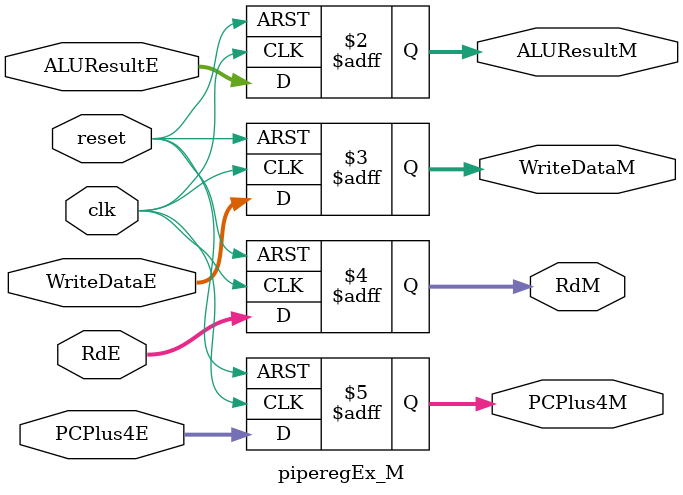
<source format=sv>
module piperegEx_M(input  logic        clk, reset,
				   input  logic [31:0] ALUResultE, 
				   input  logic [31:0] WriteDataE,
				   input  logic [4:0]  RdE,
				   input  logic [31:0] PCPlus4E,
				   output logic [31:0] ALUResultM,
				   output logic [31:0] WriteDataM,
				   output logic [4:0]  RdM,
				   output logic [31:0] PCPlus4M);
	
	always_ff @ (posedge clk or posedge reset) begin
		if (reset) begin
			ALUResultM <= 0;
			WriteDataM <= 0;
			RdM		   <= 0;
			PCPlus4M   <= 0;
		end
		else begin
			ALUResultM <= ALUResultE;
			WriteDataM <= WriteDataE;
			RdM		   <= RdE;
			PCPlus4M   <= PCPlus4E;
		end
	end		
endmodule
</source>
